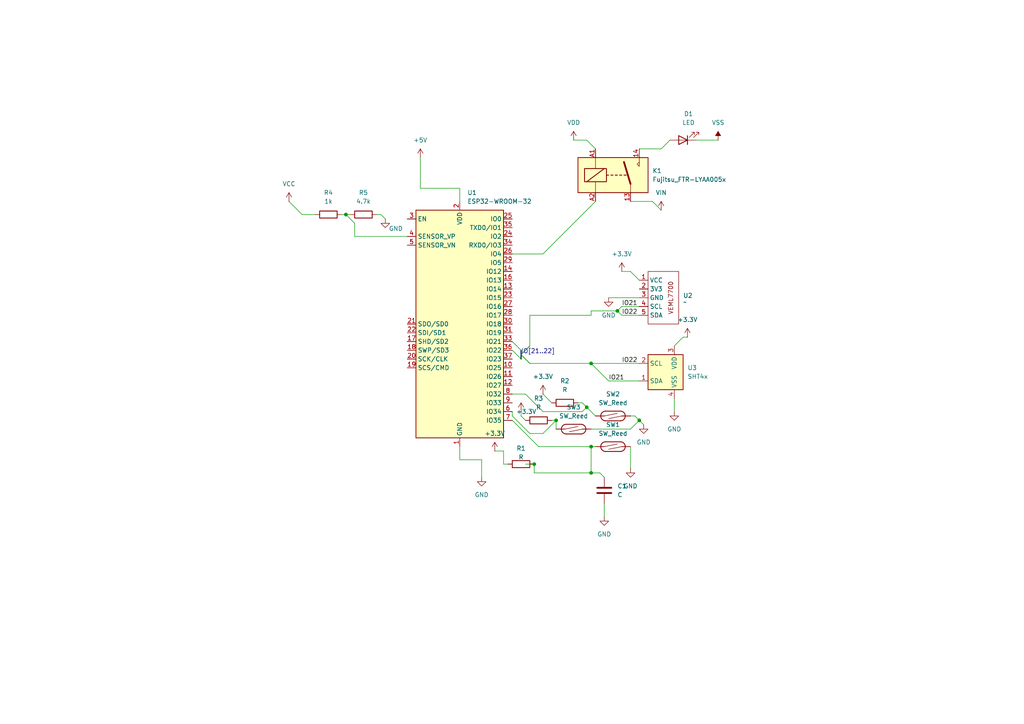
<source format=kicad_sch>
(kicad_sch (version 20231120) (generator "eeschema") (generator_version "8.0")
  (paper "A4")
  (title_block (title "Kannur Solar Battery Monitoring System") (date "2024-10-07") (rev "v0.0.2_ESP32") (company "GCEK ") (comment 1 "Arun CS "))
  (lib_symbols
    (symbol "Device:C" (pin_numbers hide) (pin_names (offset 0.254))
      (property "Reference" "C" (at 0.635 2.54 0))
      (property "Value" "C" (at 0.635 -2.54 0))
      (symbol "C_0_1"
        (polyline (pts (xy -2.032 -0.762) (xy 2.032 -0.762)) (stroke (width 0.508)))
        (polyline (pts (xy -2.032 0.762) (xy 2.032 0.762)) (stroke (width 0.508)))
      )
      (symbol "C_1_1"
        (pin passive line (at 0 3.81 270) (length 2.794) (name "~") (number "1"))
        (pin passive line (at 0 -3.81 90) (length 2.794) (name "~") (number "2"))
      )
    )
    (symbol "Device:LED" (pin_numbers hide) (pin_names (offset 1.016) hide)
      (property "Reference" "D" (at 0 2.54 0))
      (property "Value" "LED" (at 0 -2.54 0))
      (symbol "LED_0_1"
        (polyline (pts (xy -1.27 -1.27) (xy -1.27 1.27)) (stroke (width 0.254)))
        (polyline (pts (xy -1.27 0) (xy 1.27 0)))
        (polyline (pts (xy 1.27 -1.27) (xy 1.27 1.27) (xy -1.27 0) (xy 1.27 -1.27)) (stroke (width 0.254)))
        (polyline (pts (xy -3.048 -0.762) (xy -4.572 -2.286) (xy -3.81 -2.286) (xy -4.572 -2.286) (xy -4.572 -1.524)))
        (polyline (pts (xy -1.778 -0.762) (xy -3.302 -2.286) (xy -2.54 -2.286) (xy -3.302 -2.286) (xy -3.302 -1.524)))
      )
      (symbol "LED_1_1"
        (pin passive line (at -3.81 0 0) (length 2.54) (name "K") (number "1"))
        (pin passive line (at 3.81 0 180) (length 2.54) (name "A") (number "2"))
      )
    )
    (symbol "Device:R" (pin_numbers hide) (pin_names (offset 0))
      (property "Reference" "R" (at 2.032 0 90))
      (property "Value" "R" (at 0 0 90))
      (symbol "R_0_1"
        (rectangle (start -1.016 -2.54) (end 1.016 2.54) (stroke (width 0.254)))
      )
      (symbol "R_1_1"
        (pin passive line (at 0 3.81 270) (length 1.27) (name "~") (number "1"))
        (pin passive line (at 0 -3.81 90) (length 1.27) (name "~") (number "2"))
      )
    )
    (symbol "RF_Module:ESP32-WROOM-32"
      (property "Reference" "U" (at -12.7 34.29 0))
      (property "Value" "ESP32-WROOM-32" (at 1.27 34.29 0))
      (symbol "ESP32-WROOM-32_0_1"
        (rectangle (start -12.7 33.02) (end 12.7 -33.02) (stroke (width 0.254)) (fill (type background)))
      )
      (symbol "ESP32-WROOM-32_1_1"
        (pin power_in line (at 0 -35.56 90) (length 2.54) (name "GND") (number "1"))
        (pin bidirectional line (at 15.24 -12.7 180) (length 2.54) (name "IO25") (number "10"))
        (pin bidirectional line (at 15.24 -15.24 180) (length 2.54) (name "IO26") (number "11"))
        (pin bidirectional line (at 15.24 -17.78 180) (length 2.54) (name "IO27") (number "12"))
        (pin bidirectional line (at 15.24 10.16 180) (length 2.54) (name "IO14") (number "13"))
        (pin bidirectional line (at 15.24 15.24 180) (length 2.54) (name "IO12") (number "14"))
        (pin passive line (at 0 -35.56 90) (length 2.54) hide (name "GND") (number "15"))
        (pin bidirectional line (at 15.24 12.7 180) (length 2.54) (name "IO13") (number "16"))
        (pin bidirectional line (at -15.24 -5.08 0) (length 2.54) (name "SHD/SD2") (number "17"))
        (pin bidirectional line (at -15.24 -7.62 0) (length 2.54) (name "SWP/SD3") (number "18"))
        (pin bidirectional line (at -15.24 -12.7 0) (length 2.54) (name "SCS/CMD") (number "19"))
        (pin power_in line (at 0 35.56 270) (length 2.54) (name "VDD") (number "2"))
        (pin bidirectional line (at -15.24 -10.16 0) (length 2.54) (name "SCK/CLK") (number "20"))
        (pin bidirectional line (at -15.24 0 0) (length 2.54) (name "SDO/SD0") (number "21"))
        (pin bidirectional line (at -15.24 -2.54 0) (length 2.54) (name "SDI/SD1") (number "22"))
        (pin bidirectional line (at 15.24 7.62 180) (length 2.54) (name "IO15") (number "23"))
        (pin bidirectional line (at 15.24 25.4 180) (length 2.54) (name "IO2") (number "24"))
        (pin bidirectional line (at 15.24 30.48 180) (length 2.54) (name "IO0") (number "25"))
        (pin bidirectional line (at 15.24 20.32 180) (length 2.54) (name "IO4") (number "26"))
        (pin bidirectional line (at 15.24 5.08 180) (length 2.54) (name "IO16") (number "27"))
        (pin bidirectional line (at 15.24 2.54 180) (length 2.54) (name "IO17") (number "28"))
        (pin bidirectional line (at 15.24 17.78 180) (length 2.54) (name "IO5") (number "29"))
        (pin input line (at -15.24 30.48 0) (length 2.54) (name "EN") (number "3"))
        (pin bidirectional line (at 15.24 0 180) (length 2.54) (name "IO18") (number "30"))
        (pin bidirectional line (at 15.24 -2.54 180) (length 2.54) (name "IO19") (number "31"))
        (pin no_connect line (at -12.7 -27.94 0) (length 2.54) hide (name "NC") (number "32"))
        (pin bidirectional line (at 15.24 -5.08 180) (length 2.54) (name "IO21") (number "33"))
        (pin bidirectional line (at 15.24 22.86 180) (length 2.54) (name "RXD0/IO3") (number "34"))
        (pin bidirectional line (at 15.24 27.94 180) (length 2.54) (name "TXD0/IO1") (number "35"))
        (pin bidirectional line (at 15.24 -7.62 180) (length 2.54) (name "IO22") (number "36"))
        (pin bidirectional line (at 15.24 -10.16 180) (length 2.54) (name "IO23") (number "37"))
        (pin passive line (at 0 -35.56 90) (length 2.54) hide (name "GND") (number "38"))
        (pin passive line (at 0 -35.56 90) (length 2.54) hide (name "GND") (number "39"))
        (pin input line (at -15.24 25.4 0) (length 2.54) (name "SENSOR_VP") (number "4"))
        (pin input line (at -15.24 22.86 0) (length 2.54) (name "SENSOR_VN") (number "5"))
        (pin input line (at 15.24 -25.4 180) (length 2.54) (name "IO34") (number "6"))
        (pin input line (at 15.24 -27.94 180) (length 2.54) (name "IO35") (number "7"))
        (pin bidirectional line (at 15.24 -20.32 180) (length 2.54) (name "IO32") (number "8"))
        (pin bidirectional line (at 15.24 -22.86 180) (length 2.54) (name "IO33") (number "9"))
      )
    )
    (symbol "Relay:Fujitsu_FTR-LYAA005x"
      (property "Reference" "K" (at 11.43 3.81 0))
      (property "Value" "Fujitsu_FTR-LYAA005x" (at 11.43 1.27 0))
      (symbol "Fujitsu_FTR-LYAA005x_0_0"
        (polyline (pts (xy 7.62 5.08) (xy 7.62 2.54) (xy 6.985 3.175) (xy 7.62 3.81)))
      )
      (symbol "Fujitsu_FTR-LYAA005x_0_1"
        (rectangle (start -10.16 5.08) (end 10.16 -5.08) (stroke (width 0.254)) (fill (type background)))
        (rectangle (start -8.255 1.905) (end -1.905 -1.905) (stroke (width 0.254)))
        (polyline (pts (xy -7.62 -1.905) (xy -2.54 1.905)) (stroke (width 0.254)))
        (polyline (pts (xy -5.08 -5.08) (xy -5.08 -1.905)))
        (polyline (pts (xy -5.08 5.08) (xy -5.08 1.905)))
        (polyline (pts (xy -1.905 0) (xy -1.27 0)) (stroke (width 0.254)))
        (polyline (pts (xy -0.635 0) (xy 0 0)) (stroke (width 0.254)))
        (polyline (pts (xy 0.635 0) (xy 1.27 0)) (stroke (width 0.254)))
        (polyline (pts (xy 1.905 0) (xy 2.54 0)) (stroke (width 0.254)))
        (polyline (pts (xy 3.175 0) (xy 3.81 0)) (stroke (width 0.254)))
        (polyline (pts (xy 5.08 -2.54) (xy 3.175 3.81)) (stroke (width 0.508)))
        (polyline (pts (xy 5.08 -2.54) (xy 5.08 -5.08)))
      )
      (symbol "Fujitsu_FTR-LYAA005x_1_1"
        (pin passive line (at 5.08 -7.62 90) (length 2.54) (name "~") (number "13"))
        (pin passive line (at 7.62 7.62 270) (length 2.54) (name "~") (number "14"))
        (pin passive line (at -5.08 7.62 270) (length 2.54) (name "~") (number "A1"))
        (pin passive line (at -5.08 -7.62 90) (length 2.54) (name "~") (number "A2"))
      )
    )
    (symbol "Sensor_Humidity:SHT4x"
      (property "Reference" "U" (at 0 8.89 0))
      (property "Value" "SHT4x" (at 0 6.35 0))
      (symbol "SHT4x_1_1"
        (rectangle (start -5.08 5.08) (end 5.08 -5.08) (stroke (width 0.254)) (fill (type background)))
        (pin bidirectional line (at -7.62 -2.54 0) (length 2.54) (name "SDA") (number "1"))
        (pin input line (at -7.62 2.54 0) (length 2.54) (name "SCL") (number "2"))
        (pin power_in line (at 2.54 7.62 270) (length 2.54) (name "VDD") (number "3"))
        (pin power_in line (at 2.54 -7.62 90) (length 2.54) (name "VSS") (number "4"))
      )
    )
    (symbol "Switch:SW_Reed" (pin_numbers hide) (pin_names (offset 0) hide)
      (property "Reference" "SW" (at 0 2.54 0))
      (property "Value" "SW_Reed" (at 0 -2.54 0))
      (symbol "SW_Reed_0_0"
        (arc (start -2.159 1.397) (mid -3.55 0) (end -2.159 -1.397) (stroke (width 0.254)))
        (polyline (pts (xy -2.54 0) (xy 1.27 0.762)))
        (polyline (pts (xy -2.159 -1.397) (xy 2.286 -1.397)) (stroke (width 0.254)))
        (polyline (pts (xy 2.159 1.397) (xy -2.159 1.397)) (stroke (width 0.254)))
        (polyline (pts (xy 2.54 0) (xy -1.27 -0.762)))
        (arc (start 2.159 -1.397) (mid 3.55 0) (end 2.159 1.397) (stroke (width 0.254)))
      )
      (symbol "SW_Reed_1_1"
        (pin passive line (at -5.08 0 0) (length 2.54) (name "1") (number "1"))
        (pin passive line (at 5.08 0 180) (length 2.54) (name "2") (number "2"))
      )
    )
    (symbol "power:+3.3V" (power) (pin_numbers hide) (pin_names (offset 0) hide)
      (property "Value" "+3.3V" (at 0 3.556 0))
      (symbol "+3.3V_0_1"
        (polyline (pts (xy -0.762 1.27) (xy 0 2.54)))
        (polyline (pts (xy 0 0) (xy 0 2.54)))
        (polyline (pts (xy 0 2.54) (xy 0.762 1.27)))
      )
      (symbol "+3.3V_1_1"
        (pin power_in line (at 0 0 90) (length 0) (name "~") (number "1"))
      )
    )
    (symbol "power:+5V" (power) (pin_numbers hide) (pin_names (offset 0) hide)
      (property "Value" "+5V" (at 0 3.556 0))
      (symbol "+5V_0_1"
        (polyline (pts (xy -0.762 1.27) (xy 0 2.54)))
        (polyline (pts (xy 0 0) (xy 0 2.54)))
        (polyline (pts (xy 0 2.54) (xy 0.762 1.27)))
      )
      (symbol "+5V_1_1"
        (pin power_in line (at 0 0 90) (length 0) (name "~") (number "1"))
      )
    )
    (symbol "power:GND" (power) (pin_numbers hide) (pin_names (offset 0) hide)
      (property "Value" "GND" (at 0 -3.81 0))
      (symbol "GND_0_1"
        (polyline (pts (xy 0 0) (xy 0 -1.27) (xy 1.27 -1.27) (xy 0 -2.54) (xy -1.27 -1.27) (xy 0 -1.27)))
      )
      (symbol "GND_1_1"
        (pin power_in line (at 0 0 270) (length 0) (name "~") (number "1"))
      )
    )
    (symbol "power:VCC" (power) (pin_numbers hide) (pin_names (offset 0) hide)
      (property "Value" "VCC" (at 0 3.556 0))
      (symbol "VCC_0_1"
        (polyline (pts (xy -0.762 1.27) (xy 0 2.54)))
        (polyline (pts (xy 0 0) (xy 0 2.54)))
        (polyline (pts (xy 0 2.54) (xy 0.762 1.27)))
      )
      (symbol "VCC_1_1"
        (pin power_in line (at 0 0 90) (length 0) (name "~") (number "1"))
      )
    )
    (symbol "power:VSS" (power) (pin_numbers hide) (pin_names (offset 0) hide)
      (property "Value" "VSS" (at 0 3.556 0))
      (symbol "VSS_0_1"
        (polyline (pts (xy 0 0) (xy 0 2.54)))
        (polyline (pts (xy 0.762 1.27) (xy -0.762 1.27) (xy 0 2.54) (xy 0.762 1.27)) (fill (type outline)))
      )
      (symbol "VSS_1_1"
        (pin power_in line (at 0 0 90) (length 0) (name "~") (number "1"))
      )
    )
    (symbol "veml7700:VEML7700"
      (property "Reference" "U" (at -2.54 9.144 0))
      (symbol "VEML7700_1_1"
        (rectangle (start -3.81 7.62) (end 5.08 -7.62))
        (text "VEML7700\n" (at 2.794 0 900) (effects (font (size 1.27 1.27))))
        (pin input line (at -6.35 5.08 0) (length 2.54) (name "VCC") (number "1"))
        (pin output line (at -6.35 2.54 0) (length 2.54) (name "3V3") (number "2"))
        (pin input line (at -6.35 0 0) (length 2.54) (name "GND") (number "3"))
        (pin input line (at -6.35 -2.54 0) (length 2.54) (name "SCL") (number "4"))
        (pin input line (at -6.35 -5.08 0) (length 2.54) (name "SDA") (number "5"))
      )
    )
  )
  (junction (at 170.18 118.11))
  (junction (at 185.42 121.92))
  (junction (at 171.45 105.41))
  (junction (at 179.07 90.17))
  (junction (at 161.29 121.92))
  (junction (at 171.45 129.54))
  (junction (at 154.94 134.62))
  (junction (at 100.33 62.23))
  (junction (at 171.45 137.16))
  (bus_entry (at 148.59 99.06) (size 2.54 2.54))
  (bus_entry (at 151.13 102.87) (size 2.54 -2.54))
  (bus_entry (at 151.13 102.87) (size 2.54 2.54))
  (bus_entry (at 148.59 101.6) (size 2.54 2.54))
  (bus_entry (at 151.13 102.87) (size 2.54 -2.54))
  (bus_entry (at 151.13 102.87) (size 2.54 2.54))
  (wire (pts (xy 87.63 62.23) (xy 83.82 58.42)))
  (wire (pts (xy 182.88 124.46) (xy 185.42 121.92)))
  (wire (pts (xy 176.53 110.49) (xy 185.42 110.49)))
  (wire (pts (xy 171.45 90.17) (xy 171.45 91.44)))
  (wire (pts (xy 133.35 54.61) (xy 133.35 58.42)))
  (wire (pts (xy 110.49 62.23) (xy 111.76 63.5)))
  (wire (pts (xy 157.48 73.66) (xy 172.72 58.42)))
  (wire (pts (xy 185.42 43.18) (xy 191.77 43.18)))
  (wire (pts (xy 175.26 146.05) (xy 175.26 149.86)))
  (wire (pts (xy 171.45 90.17) (xy 179.07 90.17)))
  (wire (pts (xy 152.4 114.3) (xy 157.48 119.38)))
  (wire (pts (xy 176.53 86.36) (xy 185.42 86.36)))
  (wire (pts (xy 157.48 125.73) (xy 161.29 121.92)))
  (wire (pts (xy 102.87 68.58) (xy 102.87 64.77)))
  (wire (pts (xy 100.33 62.23) (xy 101.6 62.23)))
  (wire (pts (xy 139.7 133.35) (xy 139.7 138.43)))
  (wire (pts (xy 171.45 129.54) (xy 172.72 129.54)))
  (wire (pts (xy 148.59 114.3) (xy 152.4 114.3)))
  (wire (pts (xy 191.77 43.18) (xy 194.31 40.64)))
  (wire (pts (xy 146.05 134.62) (xy 146.05 130.81)))
  (wire (pts (xy 151.13 120.65) (xy 152.4 121.92)))
  (wire (pts (xy 121.92 45.72) (xy 121.92 54.61)))
  (wire (pts (xy 189.23 58.42) (xy 191.77 60.96)))
  (wire (pts (xy 153.67 125.73) (xy 157.48 125.73)))
  (wire (pts (xy 121.92 54.61) (xy 133.35 54.61)))
  (wire (pts (xy 157.48 119.38) (xy 168.91 119.38)))
  (wire (pts (xy 179.07 90.17) (xy 180.34 88.9)))
  (wire (pts (xy 154.94 137.16) (xy 154.94 134.62)))
  (bus (pts (xy 151.13 101.6) (xy 151.13 102.87)))
  (wire (pts (xy 180.34 88.9) (xy 185.42 88.9)))
  (wire (pts (xy 171.45 129.54) (xy 171.45 137.16)))
  (wire (pts (xy 102.87 68.58) (xy 118.11 68.58)))
  (wire (pts (xy 168.91 116.84) (xy 170.18 118.11)))
  (wire (pts (xy 153.67 105.41) (xy 171.45 105.41)))
  (wire (pts (xy 160.02 121.92) (xy 161.29 121.92)))
  (wire (pts (xy 180.34 91.44) (xy 185.42 91.44)))
  (wire (pts (xy 171.45 124.46) (xy 182.88 124.46)))
  (wire (pts (xy 168.91 119.38) (xy 170.18 118.11)))
  (wire (pts (xy 166.37 40.64) (xy 170.18 40.64)))
  (wire (pts (xy 167.64 116.84) (xy 168.91 116.84)))
  (wire (pts (xy 173.99 137.16) (xy 175.26 138.43)))
  (bus (pts (xy 151.13 102.87) (xy 151.13 104.14)))
  (wire (pts (xy 156.21 129.54) (xy 148.59 121.92)))
  (wire (pts (xy 171.45 105.41) (xy 176.53 110.49)))
  (wire (pts (xy 182.88 58.42) (xy 189.23 58.42)))
  (wire (pts (xy 185.42 121.92) (xy 186.69 123.19)))
  (wire (pts (xy 171.45 105.41) (xy 185.42 105.41)))
  (wire (pts (xy 102.87 64.77) (xy 100.33 62.23)))
  (wire (pts (xy 182.88 78.74) (xy 185.42 81.28)))
  (wire (pts (xy 157.48 114.3) (xy 160.02 116.84)))
  (wire (pts (xy 146.05 134.62) (xy 147.32 134.62)))
  (wire (pts (xy 151.13 119.38) (xy 151.13 120.65)))
  (wire (pts (xy 153.67 91.44) (xy 153.67 100.33)))
  (wire (pts (xy 146.05 130.81) (xy 143.51 130.81)))
  (wire (pts (xy 152.4 134.62) (xy 154.94 134.62)))
  (wire (pts (xy 195.58 115.57) (xy 195.58 119.38)))
  (wire (pts (xy 171.45 91.44) (xy 153.67 91.44)))
  (wire (pts (xy 171.45 137.16) (xy 154.94 137.16)))
  (wire (pts (xy 109.22 62.23) (xy 110.49 62.23)))
  (wire (pts (xy 171.45 137.16) (xy 173.99 137.16)))
  (wire (pts (xy 199.39 97.79) (xy 198.12 97.79)))
  (wire (pts (xy 148.59 73.66) (xy 157.48 73.66)))
  (wire (pts (xy 179.07 90.17) (xy 180.34 91.44)))
  (wire (pts (xy 180.34 78.74) (xy 182.88 78.74)))
  (wire (pts (xy 182.88 129.54) (xy 182.88 135.89)))
  (wire (pts (xy 91.44 62.23) (xy 87.63 62.23)))
  (wire (pts (xy 161.29 121.92) (xy 161.29 124.46)))
  (wire (pts (xy 184.15 120.65) (xy 185.42 121.92)))
  (wire (pts (xy 148.59 119.38) (xy 148.59 120.65)))
  (wire (pts (xy 198.12 97.79) (xy 195.58 100.33)))
  (wire (pts (xy 133.35 133.35) (xy 139.7 133.35)))
  (wire (pts (xy 201.93 40.64) (xy 208.28 40.64)))
  (wire (pts (xy 148.59 120.65) (xy 153.67 125.73)))
  (wire (pts (xy 156.21 129.54) (xy 171.45 129.54)))
  (wire (pts (xy 170.18 40.64) (xy 172.72 43.18)))
  (wire (pts (xy 133.35 129.54) (xy 133.35 133.35)))
  (wire (pts (xy 99.06 62.23) (xy 100.33 62.23)))
  (wire (pts (xy 170.18 118.11) (xy 172.72 120.65)))
  (wire (pts (xy 182.88 120.65) (xy 184.15 120.65)))
  (label "IO[21..22]" (at 151.13 102.87 0))
  (label "IO21" (at 180.34 88.9 0))
  (label "IO22" (at 180.34 91.44 0))
  (label "IO21" (at 176.53 110.49 0))
  (label "IO22" (at 180.34 105.41 0))
  (symbol (lib_id "power:GND") (at 176.53 86.36 0) (unit 1)
    (property "Reference" "#PWR05" (effects (hide yes)))
    (property "Value" "GND" (at 176.53 91.44 0))
    (property "Description" "Power symbol creates a global label with name \"GND\" , ground" (effects (hide yes)))
  )
  (symbol (lib_id "power:VCC") (at 83.82 58.42 0) (unit 1)
    (property "Reference" "#PWR013" (effects (hide yes)))
    (property "Value" "VCC" (at 83.82 53.34 0))
    (property "Description" "Power symbol creates a global label with name \"VCC\"" (effects (hide yes)))
  )
  (symbol (lib_id "power:+3.3V") (at 151.13 119.38 0) (unit 1)
    (property "Reference" "#PWR012" (effects (hide yes)))
    (property "Value" "+3.3V" (at 152.654 119.38 0))
    (property "Description" "Power symbol creates a global label with name \"+3.3V\"" (effects (hide yes)))
  )
  (symbol (lib_id "power:GND") (at 111.76 63.5 0) (unit 1)
    (property "Reference" "#PWR014" (effects (hide yes)))
    (property "Value" "GND" (at 114.808 66.294 0))
    (property "Description" "Power symbol creates a global label with name \"GND\" , ground" (effects (hide yes)))
  )
  (symbol (lib_id "power:+3.3V") (at 199.39 97.79 0) (unit 1)
    (property "Reference" "#PWR04" (effects (hide yes)))
    (property "Value" "+3.3V" (at 199.39 92.71 0))
    (property "Description" "Power symbol creates a global label with name \"+3.3V\"" (effects (hide yes)))
  )
  (symbol (lib_id "power:+5V") (at 121.92 45.72 0) (unit 1)
    (property "Reference" "#PWR01" (effects (hide yes)))
    (property "Value" "+5V" (at 121.92 40.64 0))
    (property "Description" "Power symbol creates a global label with name \"+5V\"" (effects (hide yes)))
  )
  (symbol (lib_id "Switch:SW_Reed") (at 177.8 120.65 0) (unit 1)
    (property "Reference" "SW2" (at 177.8 114.3 0))
    (property "Value" "SW_Reed" (at 177.8 116.84 0))
    (property "Description" "reed switch" (effects (hide yes)))
  )
  (symbol (lib_id "Device:C") (at 175.26 142.24 0) (unit 1)
    (property "Reference" "C1" (at 179.07 140.9699 0) (effects (justify left)))
    (property "Value" "C" (at 179.07 143.5099 0) (effects (justify left)))
    (property "Description" "Unpolarized capacitor" (effects (hide yes)))
  )
  (symbol (lib_id "Device:R") (at 95.25 62.23 270) (unit 1)
    (property "Reference" "R4" (at 95.25 55.88 90))
    (property "Value" "1k" (at 95.25 58.42 90))
    (property "Description" "Resistor" (effects (hide yes)))
  )
  (symbol (lib_id "power:GND") (at 195.58 119.38 0) (unit 1)
    (property "Reference" "#PWR06" (effects (hide yes)))
    (property "Value" "GND" (at 195.58 124.46 0))
    (property "Description" "Power symbol creates a global label with name \"GND\" , ground" (effects (hide yes)))
  )
  (symbol (lib_id "power:GND") (at 139.7 138.43 0) (unit 1)
    (property "Reference" "#PWR02" (effects (hide yes)))
    (property "Value" "GND" (at 139.7 143.51 0))
    (property "Description" "Power symbol creates a global label with name \"GND\" , ground" (effects (hide yes)))
  )
  (symbol (lib_id "Device:R") (at 105.41 62.23 270) (unit 1)
    (property "Reference" "R5" (at 105.41 55.88 90))
    (property "Value" "4.7k" (at 105.41 58.42 90))
    (property "Description" "Resistor" (effects (hide yes)))
  )
  (symbol (lib_id "power:VCC") (at 191.77 60.96 0) (unit 1)
    (property "Reference" "#PWR016" (effects (hide yes)))
    (property "Value" "VIN" (at 191.77 55.88 0))
    (property "Description" "Power symbol creates a global label with name \"VCC\"" (effects (hide yes)))
  )
  (symbol (lib_id "Device:R") (at 156.21 121.92 90) (unit 1)
    (property "Reference" "R3" (at 156.21 115.57 90))
    (property "Value" "R" (at 156.21 118.11 90))
    (property "Description" "Resistor" (effects (hide yes)))
  )
  (symbol (lib_id "power:+3.3V") (at 157.48 114.3 0) (unit 1)
    (property "Reference" "#PWR010" (effects (hide yes)))
    (property "Value" "+3.3V" (at 157.48 109.22 0))
    (property "Description" "Power symbol creates a global label with name \"+3.3V\"" (effects (hide yes)))
  )
  (symbol (lib_id "Switch:SW_Reed") (at 166.37 124.46 0) (unit 1)
    (property "Reference" "SW3" (at 166.37 118.11 0))
    (property "Value" "SW_Reed" (at 166.37 120.65 0))
    (property "Description" "reed switch" (effects (hide yes)))
  )
  (symbol (lib_id "veml7700:VEML7700") (at 191.77 86.36 0) (unit 1)
    (property "Reference" "U2" (at 198.12 85.7249 0) (effects (justify left)))
    (property "Value" "~" (at 198.12 87.63 0) (effects (justify left)))
  )
  (symbol (lib_id "Switch:SW_Reed") (at 177.8 129.54 0) (unit 1)
    (property "Reference" "SW1" (at 177.8 123.19 0))
    (property "Value" "SW_Reed" (at 177.8 125.73 0))
    (property "Description" "reed switch" (effects (hide yes)))
  )
  (symbol (lib_id "Sensor_Humidity:SHT4x") (at 193.04 107.95 0) (unit 1)
    (property "Reference" "U3" (at 199.39 106.6799 0) (effects (justify left)))
    (property "Value" "SHT4x" (at 199.39 109.2199 0) (effects (justify left)))
    (property "Footprint" "Sensor_Humidity:Sensirion_DFN-4_1.5x1.5mm_P0.8mm_SHT4x_NoCentralPad" (effects (hide yes)))
    (property "Datasheet" "https://sensirion.com/media/documents/33FD6951/624C4357/Datasheet_SHT4x.pdf" (effects (hide yes)))
    (property "Description" "Digital Humidity and Temperature Sensor, +/-1%RH, +/-0.1degC, I2C, 1.08-3.6V, 16bit, DFN-4" (effects (hide yes)))
  )
  (symbol (lib_id "Device:R") (at 163.83 116.84 90) (unit 1)
    (property "Reference" "R2" (at 163.83 110.49 90))
    (property "Value" "R" (at 163.83 113.03 90))
    (property "Description" "Resistor" (effects (hide yes)))
  )
  (symbol (lib_id "power:VCC") (at 166.37 40.64 0) (unit 1)
    (property "Reference" "#PWR015" (effects (hide yes)))
    (property "Value" "VDD" (at 166.37 35.56 0))
    (property "Description" "Power symbol creates a global label with name \"VCC\"" (effects (hide yes)))
  )
  (symbol (lib_id "RF_Module:ESP32-WROOM-32") (at 133.35 93.98 0) (unit 1)
    (property "Reference" "U1" (at 135.5441 55.88 0) (effects (justify left)))
    (property "Value" "ESP32-WROOM-32" (at 135.5441 58.42 0) (effects (justify left)))
    (property "Footprint" "RF_Module:ESP32-WROOM-32" (effects (hide yes)))
    (property "Datasheet" "https://www.espressif.com/sites/default/files/documentation/esp32-wroom-32_datasheet_en.pdf" (effects (hide yes)))
    (property "Description" "RF Module, ESP32-D0WDQ6 SoC, Wi-Fi 802.11b/g/n, Bluetooth, BLE, 32-bit, 2.7-3.6V, onboard antenna, SMD" (effects (hide yes)))
  )
  (symbol (lib_id "power:+3.3V") (at 143.51 130.81 0) (unit 1)
    (property "Reference" "#PWR09" (effects (hide yes)))
    (property "Value" "+3.3V" (at 143.51 125.73 0))
    (property "Description" "Power symbol creates a global label with name \"+3.3V\"" (effects (hide yes)))
  )
  (symbol (lib_id "Device:R") (at 151.13 134.62 90) (unit 1)
    (property "Reference" "R1" (at 151.13 130.048 90))
    (property "Value" "R" (at 151.13 132.588 90))
    (property "Description" "Resistor" (effects (hide yes)))
  )
  (symbol (lib_id "power:+3.3V") (at 180.34 78.74 0) (unit 1)
    (property "Reference" "#PWR03" (effects (hide yes)))
    (property "Value" "+3.3V" (at 180.34 73.66 0))
    (property "Description" "Power symbol creates a global label with name \"+3.3V\"" (effects (hide yes)))
  )
  (symbol (lib_id "power:GND") (at 186.69 123.19 0) (unit 1)
    (property "Reference" "#PWR011" (effects (hide yes)))
    (property "Value" "GND" (at 186.69 128.27 0))
    (property "Description" "Power symbol creates a global label with name \"GND\" , ground" (effects (hide yes)))
  )
  (symbol (lib_id "power:GND") (at 182.88 135.89 0) (unit 1)
    (property "Reference" "#PWR07" (effects (hide yes)))
    (property "Value" "GND" (at 182.88 140.97 0))
    (property "Description" "Power symbol creates a global label with name \"GND\" , ground" (effects (hide yes)))
  )
  (symbol (lib_id "power:GND") (at 175.26 149.86 0) (unit 1)
    (property "Reference" "#PWR08" (effects (hide yes)))
    (property "Value" "GND" (at 175.26 154.94 0))
    (property "Description" "Power symbol creates a global label with name \"GND\" , ground" (effects (hide yes)))
  )
  (symbol (lib_id "Device:LED") (at 198.12 40.64 180) (unit 1)
    (property "Reference" "D1" (at 199.7075 33.02 0))
    (property "Value" "LED" (at 199.7075 35.56 0))
    (property "Description" "Light emitting diode" (effects (hide yes)))
  )
  (symbol (lib_id "power:VSS") (at 208.28 40.64 0) (unit 1)
    (property "Reference" "#PWR017" (effects (hide yes)))
    (property "Value" "VSS" (at 208.28 35.56 0))
    (property "Description" "Power symbol creates a global label with name \"VSS\"" (effects (hide yes)))
  )
  (symbol (lib_id "Relay:Fujitsu_FTR-LYAA005x") (at 177.8 50.8 0) (unit 1)
    (property "Reference" "K1" (at 189.23 49.5299 0) (effects (justify left)))
    (property "Value" "Fujitsu_FTR-LYAA005x" (at 189.23 52.0699 0) (effects (justify left)))
    (property "Footprint" "Relay_THT:Relay_SPST-NO_Fujitsu_FTR-LYAA005x_FormA_Vertical" (effects (hide yes)))
    (property "Datasheet" "https://www.fujitsu.com/sg/imagesgig5/ftr-ly.pdf" (effects (hide yes)))
    (property "Description" "Relay, SPST Form A, vertical mount, 5-60V coil, 6A, 250VAC, 28 x 5 x 15mm" (effects (hide yes)))
  )
)
</source>
